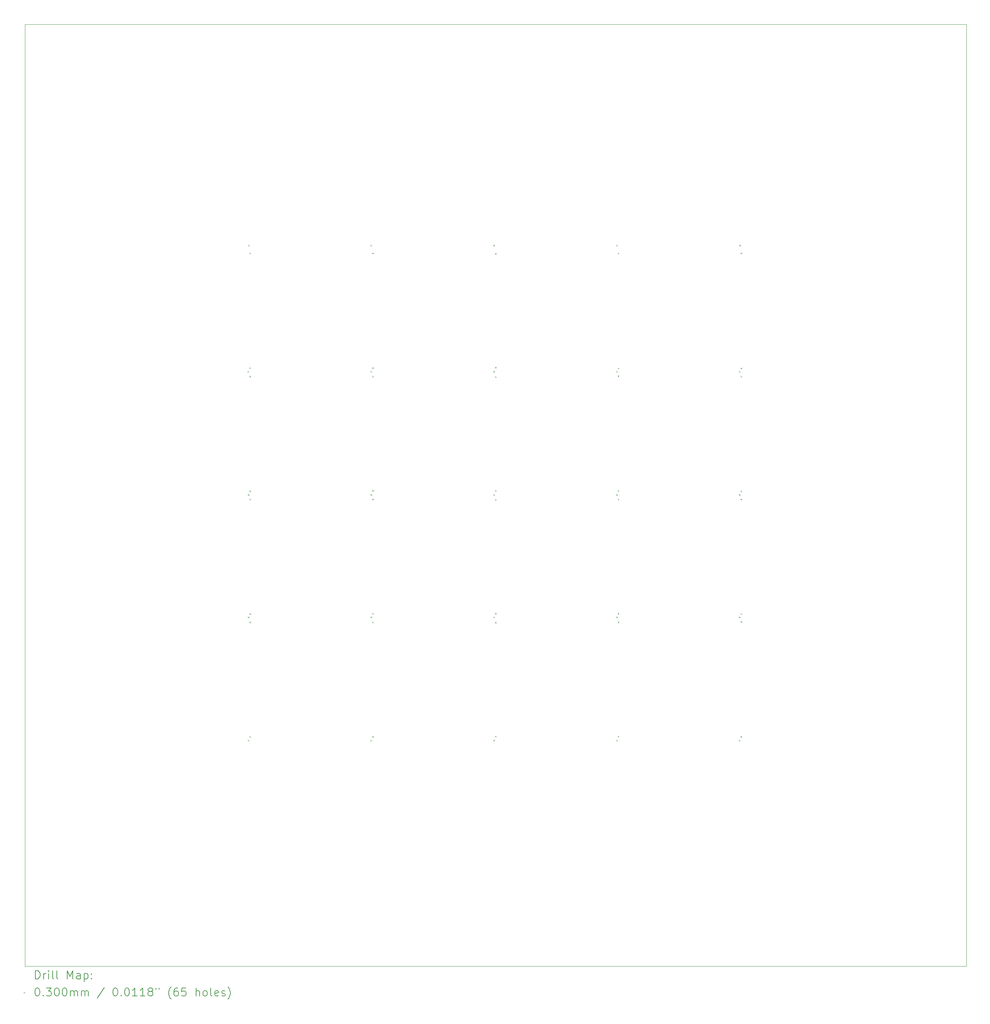
<source format=gbr>
%FSLAX45Y45*%
G04 Gerber Fmt 4.5, Leading zero omitted, Abs format (unit mm)*
G04 Created by KiCad (PCBNEW 5.99.0-unknown-e376750~101~ubuntu19.10.1) date 2020-06-25 20:18:26*
%MOMM*%
%LPD*%
G01*
G04 APERTURE LIST*
%TA.AperFunction,Profile*%
%ADD10C,0.050000*%
%TD*%
%ADD11C,0.200000*%
%ADD12C,0.030000*%
G04 APERTURE END LIST*
D10*
X1500000Y-22000000D02*
X1500000Y1000000D01*
X24500000Y-22000000D02*
X1500000Y-22000000D01*
X24500000Y1000000D02*
X24500000Y-22000000D01*
X1500000Y1000000D02*
X24500000Y1000000D01*
D11*
D12*
X6935000Y-7465000D02*
X6965000Y-7495000D01*
X6965000Y-7465000D02*
X6935000Y-7495000D01*
X6945000Y-10475000D02*
X6975000Y-10505000D01*
X6975000Y-10475000D02*
X6945000Y-10505000D01*
X6945000Y-13465000D02*
X6975000Y-13495000D01*
X6975000Y-13465000D02*
X6945000Y-13495000D01*
X6945000Y-16475000D02*
X6975000Y-16505000D01*
X6975000Y-16475000D02*
X6945000Y-16505000D01*
X6955000Y-4385000D02*
X6985000Y-4415000D01*
X6985000Y-4385000D02*
X6955000Y-4415000D01*
X6985000Y-4575000D02*
X7015000Y-4605000D01*
X7015000Y-4575000D02*
X6985000Y-4605000D01*
X6985000Y-7375000D02*
X7015000Y-7405000D01*
X7015000Y-7375000D02*
X6985000Y-7405000D01*
X6985000Y-7585000D02*
X7015000Y-7615000D01*
X7015000Y-7585000D02*
X6985000Y-7615000D01*
X6985000Y-10385000D02*
X7015000Y-10415000D01*
X7015000Y-10385000D02*
X6985000Y-10415000D01*
X6985000Y-10585000D02*
X7015000Y-10615000D01*
X7015000Y-10585000D02*
X6985000Y-10615000D01*
X6985000Y-13385000D02*
X7015000Y-13415000D01*
X7015000Y-13385000D02*
X6985000Y-13415000D01*
X6985000Y-13585000D02*
X7015000Y-13615000D01*
X7015000Y-13585000D02*
X6985000Y-13615000D01*
X6985000Y-16385000D02*
X7015000Y-16415000D01*
X7015000Y-16385000D02*
X6985000Y-16415000D01*
X9945000Y-4385000D02*
X9975000Y-4415000D01*
X9975000Y-4385000D02*
X9945000Y-4415000D01*
X9945000Y-7465000D02*
X9975000Y-7495000D01*
X9975000Y-7465000D02*
X9945000Y-7495000D01*
X9945000Y-10475000D02*
X9975000Y-10505000D01*
X9975000Y-10475000D02*
X9945000Y-10505000D01*
X9945000Y-13465000D02*
X9975000Y-13495000D01*
X9975000Y-13465000D02*
X9945000Y-13495000D01*
X9945000Y-16475000D02*
X9975000Y-16505000D01*
X9975000Y-16475000D02*
X9945000Y-16505000D01*
X9985000Y-4575000D02*
X10015000Y-4605000D01*
X10015000Y-4575000D02*
X9985000Y-4605000D01*
X9985000Y-7375000D02*
X10015000Y-7405000D01*
X10015000Y-7375000D02*
X9985000Y-7405000D01*
X9985000Y-7585000D02*
X10015000Y-7615000D01*
X10015000Y-7585000D02*
X9985000Y-7615000D01*
X9985000Y-10375000D02*
X10015000Y-10405000D01*
X10015000Y-10375000D02*
X9985000Y-10405000D01*
X9985000Y-10585000D02*
X10015000Y-10615000D01*
X10015000Y-10585000D02*
X9985000Y-10615000D01*
X9985000Y-13375000D02*
X10015000Y-13405000D01*
X10015000Y-13375000D02*
X9985000Y-13405000D01*
X9985000Y-13585000D02*
X10015000Y-13615000D01*
X10015000Y-13585000D02*
X9985000Y-13615000D01*
X9985000Y-16385000D02*
X10015000Y-16415000D01*
X10015000Y-16385000D02*
X9985000Y-16415000D01*
X12945000Y-4385000D02*
X12975000Y-4415000D01*
X12975000Y-4385000D02*
X12945000Y-4415000D01*
X12945000Y-7465000D02*
X12975000Y-7495000D01*
X12975000Y-7465000D02*
X12945000Y-7495000D01*
X12945000Y-10475000D02*
X12975000Y-10505000D01*
X12975000Y-10475000D02*
X12945000Y-10505000D01*
X12945000Y-13465000D02*
X12975000Y-13495000D01*
X12975000Y-13465000D02*
X12945000Y-13495000D01*
X12945000Y-16475000D02*
X12975000Y-16505000D01*
X12975000Y-16475000D02*
X12945000Y-16505000D01*
X12985000Y-4585000D02*
X13015000Y-4615000D01*
X13015000Y-4585000D02*
X12985000Y-4615000D01*
X12985000Y-7365000D02*
X13015000Y-7395000D01*
X13015000Y-7365000D02*
X12985000Y-7395000D01*
X12985000Y-7595000D02*
X13015000Y-7625000D01*
X13015000Y-7595000D02*
X12985000Y-7625000D01*
X12985000Y-10375000D02*
X13015000Y-10405000D01*
X13015000Y-10375000D02*
X12985000Y-10405000D01*
X12985000Y-10595000D02*
X13015000Y-10625000D01*
X13015000Y-10595000D02*
X12985000Y-10625000D01*
X12985000Y-13375000D02*
X13015000Y-13405000D01*
X13015000Y-13375000D02*
X12985000Y-13405000D01*
X12985000Y-13595000D02*
X13015000Y-13625000D01*
X13015000Y-13595000D02*
X12985000Y-13625000D01*
X12985000Y-16375000D02*
X13015000Y-16405000D01*
X13015000Y-16375000D02*
X12985000Y-16405000D01*
X15945000Y-4385000D02*
X15975000Y-4415000D01*
X15975000Y-4385000D02*
X15945000Y-4415000D01*
X15945000Y-7465000D02*
X15975000Y-7495000D01*
X15975000Y-7465000D02*
X15945000Y-7495000D01*
X15945000Y-10475000D02*
X15975000Y-10505000D01*
X15975000Y-10475000D02*
X15945000Y-10505000D01*
X15945000Y-13465000D02*
X15975000Y-13495000D01*
X15975000Y-13465000D02*
X15945000Y-13495000D01*
X15945000Y-16475000D02*
X15975000Y-16505000D01*
X15975000Y-16475000D02*
X15945000Y-16505000D01*
X15985000Y-4575000D02*
X16015000Y-4605000D01*
X16015000Y-4575000D02*
X15985000Y-4605000D01*
X15985000Y-7385000D02*
X16015000Y-7415000D01*
X16015000Y-7385000D02*
X15985000Y-7415000D01*
X15985000Y-7575000D02*
X16015000Y-7605000D01*
X16015000Y-7575000D02*
X15985000Y-7605000D01*
X15985000Y-10375000D02*
X16015000Y-10405000D01*
X16015000Y-10375000D02*
X15985000Y-10405000D01*
X15985000Y-10585000D02*
X16015000Y-10615000D01*
X16015000Y-10585000D02*
X15985000Y-10615000D01*
X15985000Y-13375000D02*
X16015000Y-13405000D01*
X16015000Y-13375000D02*
X15985000Y-13405000D01*
X15985000Y-13585000D02*
X16015000Y-13615000D01*
X16015000Y-13585000D02*
X15985000Y-13615000D01*
X15985000Y-16375000D02*
X16015000Y-16405000D01*
X16015000Y-16375000D02*
X15985000Y-16405000D01*
X18945000Y-7465000D02*
X18975000Y-7495000D01*
X18975000Y-7465000D02*
X18945000Y-7495000D01*
X18945000Y-10475000D02*
X18975000Y-10505000D01*
X18975000Y-10475000D02*
X18945000Y-10505000D01*
X18945000Y-13465000D02*
X18975000Y-13495000D01*
X18975000Y-13465000D02*
X18945000Y-13495000D01*
X18945000Y-16475000D02*
X18975000Y-16505000D01*
X18975000Y-16475000D02*
X18945000Y-16505000D01*
X18955000Y-4385000D02*
X18985000Y-4415000D01*
X18985000Y-4385000D02*
X18955000Y-4415000D01*
X18985000Y-4575000D02*
X19015000Y-4605000D01*
X19015000Y-4575000D02*
X18985000Y-4605000D01*
X18985000Y-7385000D02*
X19015000Y-7415000D01*
X19015000Y-7385000D02*
X18985000Y-7415000D01*
X18985000Y-7585000D02*
X19015000Y-7615000D01*
X19015000Y-7585000D02*
X18985000Y-7615000D01*
X18985000Y-10385000D02*
X19015000Y-10415000D01*
X19015000Y-10385000D02*
X18985000Y-10415000D01*
X18985000Y-10585000D02*
X19015000Y-10615000D01*
X19015000Y-10585000D02*
X18985000Y-10615000D01*
X18985000Y-13385000D02*
X19015000Y-13415000D01*
X19015000Y-13385000D02*
X18985000Y-13415000D01*
X18985000Y-13575000D02*
X19015000Y-13605000D01*
X19015000Y-13575000D02*
X18985000Y-13605000D01*
X18985000Y-16385000D02*
X19015000Y-16415000D01*
X19015000Y-16385000D02*
X18985000Y-16415000D01*
D11*
X1755119Y-22312976D02*
X1755119Y-22112976D01*
X1802738Y-22112976D01*
X1831309Y-22122500D01*
X1850357Y-22141548D01*
X1859881Y-22160595D01*
X1869405Y-22198691D01*
X1869405Y-22227262D01*
X1859881Y-22265357D01*
X1850357Y-22284405D01*
X1831309Y-22303452D01*
X1802738Y-22312976D01*
X1755119Y-22312976D01*
X1955119Y-22312976D02*
X1955119Y-22179643D01*
X1955119Y-22217738D02*
X1964643Y-22198691D01*
X1974166Y-22189167D01*
X1993214Y-22179643D01*
X2012262Y-22179643D01*
X2078928Y-22312976D02*
X2078928Y-22179643D01*
X2078928Y-22112976D02*
X2069405Y-22122500D01*
X2078928Y-22132024D01*
X2088452Y-22122500D01*
X2078928Y-22112976D01*
X2078928Y-22132024D01*
X2202738Y-22312976D02*
X2183690Y-22303452D01*
X2174167Y-22284405D01*
X2174167Y-22112976D01*
X2307500Y-22312976D02*
X2288452Y-22303452D01*
X2278928Y-22284405D01*
X2278928Y-22112976D01*
X2536071Y-22312976D02*
X2536071Y-22112976D01*
X2602738Y-22255833D01*
X2669405Y-22112976D01*
X2669405Y-22312976D01*
X2850357Y-22312976D02*
X2850357Y-22208214D01*
X2840833Y-22189167D01*
X2821786Y-22179643D01*
X2783690Y-22179643D01*
X2764643Y-22189167D01*
X2850357Y-22303452D02*
X2831309Y-22312976D01*
X2783690Y-22312976D01*
X2764643Y-22303452D01*
X2755119Y-22284405D01*
X2755119Y-22265357D01*
X2764643Y-22246310D01*
X2783690Y-22236786D01*
X2831309Y-22236786D01*
X2850357Y-22227262D01*
X2945595Y-22179643D02*
X2945595Y-22379643D01*
X2945595Y-22189167D02*
X2964643Y-22179643D01*
X3002738Y-22179643D01*
X3021786Y-22189167D01*
X3031309Y-22198691D01*
X3040833Y-22217738D01*
X3040833Y-22274881D01*
X3031309Y-22293929D01*
X3021786Y-22303452D01*
X3002738Y-22312976D01*
X2964643Y-22312976D01*
X2945595Y-22303452D01*
X3126547Y-22293929D02*
X3136071Y-22303452D01*
X3126547Y-22312976D01*
X3117024Y-22303452D01*
X3126547Y-22293929D01*
X3126547Y-22312976D01*
X3126547Y-22189167D02*
X3136071Y-22198691D01*
X3126547Y-22208214D01*
X3117024Y-22198691D01*
X3126547Y-22189167D01*
X3126547Y-22208214D01*
D12*
X1467500Y-22627500D02*
X1497500Y-22657500D01*
X1497500Y-22627500D02*
X1467500Y-22657500D01*
D11*
X1793214Y-22532976D02*
X1812262Y-22532976D01*
X1831309Y-22542500D01*
X1840833Y-22552024D01*
X1850357Y-22571071D01*
X1859881Y-22609167D01*
X1859881Y-22656786D01*
X1850357Y-22694881D01*
X1840833Y-22713929D01*
X1831309Y-22723452D01*
X1812262Y-22732976D01*
X1793214Y-22732976D01*
X1774166Y-22723452D01*
X1764643Y-22713929D01*
X1755119Y-22694881D01*
X1745595Y-22656786D01*
X1745595Y-22609167D01*
X1755119Y-22571071D01*
X1764643Y-22552024D01*
X1774166Y-22542500D01*
X1793214Y-22532976D01*
X1945595Y-22713929D02*
X1955119Y-22723452D01*
X1945595Y-22732976D01*
X1936071Y-22723452D01*
X1945595Y-22713929D01*
X1945595Y-22732976D01*
X2021786Y-22532976D02*
X2145595Y-22532976D01*
X2078928Y-22609167D01*
X2107500Y-22609167D01*
X2126548Y-22618690D01*
X2136071Y-22628214D01*
X2145595Y-22647262D01*
X2145595Y-22694881D01*
X2136071Y-22713929D01*
X2126548Y-22723452D01*
X2107500Y-22732976D01*
X2050357Y-22732976D01*
X2031309Y-22723452D01*
X2021786Y-22713929D01*
X2269405Y-22532976D02*
X2288452Y-22532976D01*
X2307500Y-22542500D01*
X2317024Y-22552024D01*
X2326548Y-22571071D01*
X2336071Y-22609167D01*
X2336071Y-22656786D01*
X2326548Y-22694881D01*
X2317024Y-22713929D01*
X2307500Y-22723452D01*
X2288452Y-22732976D01*
X2269405Y-22732976D01*
X2250357Y-22723452D01*
X2240833Y-22713929D01*
X2231309Y-22694881D01*
X2221786Y-22656786D01*
X2221786Y-22609167D01*
X2231309Y-22571071D01*
X2240833Y-22552024D01*
X2250357Y-22542500D01*
X2269405Y-22532976D01*
X2459881Y-22532976D02*
X2478928Y-22532976D01*
X2497976Y-22542500D01*
X2507500Y-22552024D01*
X2517024Y-22571071D01*
X2526548Y-22609167D01*
X2526548Y-22656786D01*
X2517024Y-22694881D01*
X2507500Y-22713929D01*
X2497976Y-22723452D01*
X2478928Y-22732976D01*
X2459881Y-22732976D01*
X2440833Y-22723452D01*
X2431309Y-22713929D01*
X2421786Y-22694881D01*
X2412262Y-22656786D01*
X2412262Y-22609167D01*
X2421786Y-22571071D01*
X2431309Y-22552024D01*
X2440833Y-22542500D01*
X2459881Y-22532976D01*
X2612262Y-22732976D02*
X2612262Y-22599643D01*
X2612262Y-22618690D02*
X2621786Y-22609167D01*
X2640833Y-22599643D01*
X2669405Y-22599643D01*
X2688452Y-22609167D01*
X2697976Y-22628214D01*
X2697976Y-22732976D01*
X2697976Y-22628214D02*
X2707500Y-22609167D01*
X2726548Y-22599643D01*
X2755119Y-22599643D01*
X2774167Y-22609167D01*
X2783690Y-22628214D01*
X2783690Y-22732976D01*
X2878928Y-22732976D02*
X2878928Y-22599643D01*
X2878928Y-22618690D02*
X2888452Y-22609167D01*
X2907500Y-22599643D01*
X2936071Y-22599643D01*
X2955119Y-22609167D01*
X2964643Y-22628214D01*
X2964643Y-22732976D01*
X2964643Y-22628214D02*
X2974166Y-22609167D01*
X2993214Y-22599643D01*
X3021786Y-22599643D01*
X3040833Y-22609167D01*
X3050357Y-22628214D01*
X3050357Y-22732976D01*
X3440833Y-22523452D02*
X3269405Y-22780595D01*
X3697976Y-22532976D02*
X3717024Y-22532976D01*
X3736071Y-22542500D01*
X3745595Y-22552024D01*
X3755119Y-22571071D01*
X3764643Y-22609167D01*
X3764643Y-22656786D01*
X3755119Y-22694881D01*
X3745595Y-22713929D01*
X3736071Y-22723452D01*
X3717024Y-22732976D01*
X3697976Y-22732976D01*
X3678928Y-22723452D01*
X3669405Y-22713929D01*
X3659881Y-22694881D01*
X3650357Y-22656786D01*
X3650357Y-22609167D01*
X3659881Y-22571071D01*
X3669405Y-22552024D01*
X3678928Y-22542500D01*
X3697976Y-22532976D01*
X3850357Y-22713929D02*
X3859881Y-22723452D01*
X3850357Y-22732976D01*
X3840833Y-22723452D01*
X3850357Y-22713929D01*
X3850357Y-22732976D01*
X3983690Y-22532976D02*
X4002738Y-22532976D01*
X4021786Y-22542500D01*
X4031309Y-22552024D01*
X4040833Y-22571071D01*
X4050357Y-22609167D01*
X4050357Y-22656786D01*
X4040833Y-22694881D01*
X4031309Y-22713929D01*
X4021786Y-22723452D01*
X4002738Y-22732976D01*
X3983690Y-22732976D01*
X3964643Y-22723452D01*
X3955119Y-22713929D01*
X3945595Y-22694881D01*
X3936071Y-22656786D01*
X3936071Y-22609167D01*
X3945595Y-22571071D01*
X3955119Y-22552024D01*
X3964643Y-22542500D01*
X3983690Y-22532976D01*
X4240833Y-22732976D02*
X4126547Y-22732976D01*
X4183690Y-22732976D02*
X4183690Y-22532976D01*
X4164643Y-22561548D01*
X4145595Y-22580595D01*
X4126547Y-22590119D01*
X4431309Y-22732976D02*
X4317024Y-22732976D01*
X4374167Y-22732976D02*
X4374167Y-22532976D01*
X4355119Y-22561548D01*
X4336071Y-22580595D01*
X4317024Y-22590119D01*
X4545595Y-22618690D02*
X4526548Y-22609167D01*
X4517024Y-22599643D01*
X4507500Y-22580595D01*
X4507500Y-22571071D01*
X4517024Y-22552024D01*
X4526548Y-22542500D01*
X4545595Y-22532976D01*
X4583690Y-22532976D01*
X4602738Y-22542500D01*
X4612262Y-22552024D01*
X4621786Y-22571071D01*
X4621786Y-22580595D01*
X4612262Y-22599643D01*
X4602738Y-22609167D01*
X4583690Y-22618690D01*
X4545595Y-22618690D01*
X4526548Y-22628214D01*
X4517024Y-22637738D01*
X4507500Y-22656786D01*
X4507500Y-22694881D01*
X4517024Y-22713929D01*
X4526548Y-22723452D01*
X4545595Y-22732976D01*
X4583690Y-22732976D01*
X4602738Y-22723452D01*
X4612262Y-22713929D01*
X4621786Y-22694881D01*
X4621786Y-22656786D01*
X4612262Y-22637738D01*
X4602738Y-22628214D01*
X4583690Y-22618690D01*
X4697976Y-22532976D02*
X4697976Y-22571071D01*
X4774167Y-22532976D02*
X4774167Y-22571071D01*
X5069405Y-22809167D02*
X5059881Y-22799643D01*
X5040833Y-22771071D01*
X5031309Y-22752024D01*
X5021786Y-22723452D01*
X5012262Y-22675833D01*
X5012262Y-22637738D01*
X5021786Y-22590119D01*
X5031309Y-22561548D01*
X5040833Y-22542500D01*
X5059881Y-22513929D01*
X5069405Y-22504405D01*
X5231309Y-22532976D02*
X5193214Y-22532976D01*
X5174167Y-22542500D01*
X5164643Y-22552024D01*
X5145595Y-22580595D01*
X5136071Y-22618690D01*
X5136071Y-22694881D01*
X5145595Y-22713929D01*
X5155119Y-22723452D01*
X5174167Y-22732976D01*
X5212262Y-22732976D01*
X5231309Y-22723452D01*
X5240833Y-22713929D01*
X5250357Y-22694881D01*
X5250357Y-22647262D01*
X5240833Y-22628214D01*
X5231309Y-22618690D01*
X5212262Y-22609167D01*
X5174167Y-22609167D01*
X5155119Y-22618690D01*
X5145595Y-22628214D01*
X5136071Y-22647262D01*
X5431309Y-22532976D02*
X5336071Y-22532976D01*
X5326548Y-22628214D01*
X5336071Y-22618690D01*
X5355119Y-22609167D01*
X5402738Y-22609167D01*
X5421786Y-22618690D01*
X5431309Y-22628214D01*
X5440833Y-22647262D01*
X5440833Y-22694881D01*
X5431309Y-22713929D01*
X5421786Y-22723452D01*
X5402738Y-22732976D01*
X5355119Y-22732976D01*
X5336071Y-22723452D01*
X5326548Y-22713929D01*
X5678928Y-22732976D02*
X5678928Y-22532976D01*
X5764643Y-22732976D02*
X5764643Y-22628214D01*
X5755119Y-22609167D01*
X5736071Y-22599643D01*
X5707500Y-22599643D01*
X5688452Y-22609167D01*
X5678928Y-22618690D01*
X5888452Y-22732976D02*
X5869405Y-22723452D01*
X5859881Y-22713929D01*
X5850357Y-22694881D01*
X5850357Y-22637738D01*
X5859881Y-22618690D01*
X5869405Y-22609167D01*
X5888452Y-22599643D01*
X5917024Y-22599643D01*
X5936071Y-22609167D01*
X5945595Y-22618690D01*
X5955119Y-22637738D01*
X5955119Y-22694881D01*
X5945595Y-22713929D01*
X5936071Y-22723452D01*
X5917024Y-22732976D01*
X5888452Y-22732976D01*
X6069405Y-22732976D02*
X6050357Y-22723452D01*
X6040833Y-22704405D01*
X6040833Y-22532976D01*
X6221786Y-22723452D02*
X6202738Y-22732976D01*
X6164643Y-22732976D01*
X6145595Y-22723452D01*
X6136071Y-22704405D01*
X6136071Y-22628214D01*
X6145595Y-22609167D01*
X6164643Y-22599643D01*
X6202738Y-22599643D01*
X6221786Y-22609167D01*
X6231309Y-22628214D01*
X6231309Y-22647262D01*
X6136071Y-22666310D01*
X6307500Y-22723452D02*
X6326547Y-22732976D01*
X6364643Y-22732976D01*
X6383690Y-22723452D01*
X6393214Y-22704405D01*
X6393214Y-22694881D01*
X6383690Y-22675833D01*
X6364643Y-22666310D01*
X6336071Y-22666310D01*
X6317024Y-22656786D01*
X6307500Y-22637738D01*
X6307500Y-22628214D01*
X6317024Y-22609167D01*
X6336071Y-22599643D01*
X6364643Y-22599643D01*
X6383690Y-22609167D01*
X6459881Y-22809167D02*
X6469405Y-22799643D01*
X6488452Y-22771071D01*
X6497976Y-22752024D01*
X6507500Y-22723452D01*
X6517024Y-22675833D01*
X6517024Y-22637738D01*
X6507500Y-22590119D01*
X6497976Y-22561548D01*
X6488452Y-22542500D01*
X6469405Y-22513929D01*
X6459881Y-22504405D01*
M02*

</source>
